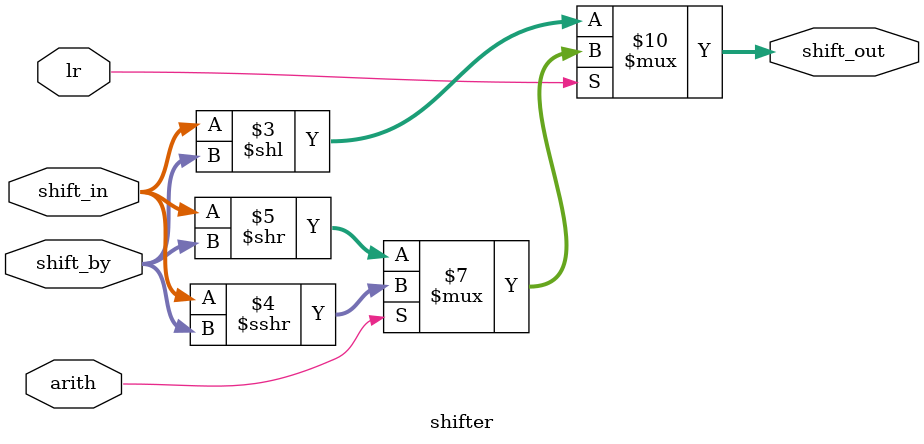
<source format=v>
module shifter (
    input signed [7:0] shift_in,
    input [2:0] shift_by,
    // 0 for left, 1 for right
    input lr,
    // 0 for logical, 1 for arithmetic
    input arith,
    output reg signed [7:0] shift_out
);

always @(*) begin
    if (!lr)
        shift_out <= shift_in << shift_by;
    else if (arith)
        shift_out <= shift_in >>> shift_by;
    else
        shift_out <= shift_in >> shift_by;
end

endmodule

</source>
